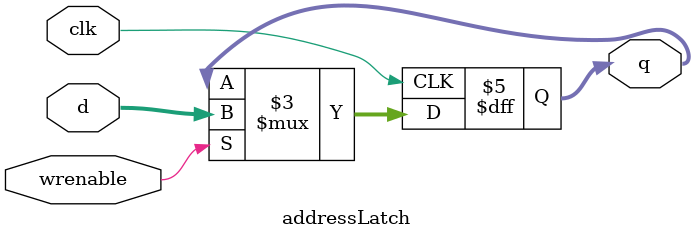
<source format=v>


// D Flip Flop
module dFF
(
input       clk,
input       d,
input       wrenable,
output reg  q

);
    always @(posedge clk) begin
        if(wrenable) begin
            q = d;
        end
    end
endmodule

// The address latch is a D Flip Flop with a 7 bit input
module addressLatch
(
input       		clk,
input [6:0] 		d,
input       		wrenable,
output reg [6:0] 	q

);
    always @(posedge clk) begin
        if(wrenable) begin
            q = d;
        end
    end
endmodule
</source>
